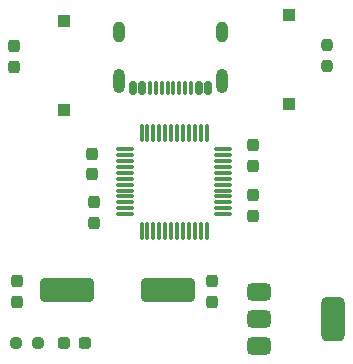
<source format=gbr>
%TF.GenerationSoftware,KiCad,Pcbnew,9.0.7*%
%TF.CreationDate,2026-02-19T19:24:31+05:30*%
%TF.ProjectId,pcb-n-as5600,7063622d-6e2d-4617-9335-3630302e6b69,rev?*%
%TF.SameCoordinates,Original*%
%TF.FileFunction,Paste,Top*%
%TF.FilePolarity,Positive*%
%FSLAX46Y46*%
G04 Gerber Fmt 4.6, Leading zero omitted, Abs format (unit mm)*
G04 Created by KiCad (PCBNEW 9.0.7) date 2026-02-19 19:24:31*
%MOMM*%
%LPD*%
G01*
G04 APERTURE LIST*
G04 Aperture macros list*
%AMRoundRect*
0 Rectangle with rounded corners*
0 $1 Rounding radius*
0 $2 $3 $4 $5 $6 $7 $8 $9 X,Y pos of 4 corners*
0 Add a 4 corners polygon primitive as box body*
4,1,4,$2,$3,$4,$5,$6,$7,$8,$9,$2,$3,0*
0 Add four circle primitives for the rounded corners*
1,1,$1+$1,$2,$3*
1,1,$1+$1,$4,$5*
1,1,$1+$1,$6,$7*
1,1,$1+$1,$8,$9*
0 Add four rect primitives between the rounded corners*
20,1,$1+$1,$2,$3,$4,$5,0*
20,1,$1+$1,$4,$5,$6,$7,0*
20,1,$1+$1,$6,$7,$8,$9,0*
20,1,$1+$1,$8,$9,$2,$3,0*%
G04 Aperture macros list end*
%ADD10RoundRect,0.237500X0.237500X-0.300000X0.237500X0.300000X-0.237500X0.300000X-0.237500X-0.300000X0*%
%ADD11RoundRect,0.237500X0.287500X0.237500X-0.287500X0.237500X-0.287500X-0.237500X0.287500X-0.237500X0*%
%ADD12R,1.000000X1.100000*%
%ADD13RoundRect,0.150000X0.150000X0.425000X-0.150000X0.425000X-0.150000X-0.425000X0.150000X-0.425000X0*%
%ADD14RoundRect,0.075000X0.075000X0.500000X-0.075000X0.500000X-0.075000X-0.500000X0.075000X-0.500000X0*%
%ADD15O,1.000000X2.100000*%
%ADD16O,1.000000X1.800000*%
%ADD17RoundRect,0.250000X-2.000000X-0.750000X2.000000X-0.750000X2.000000X0.750000X-2.000000X0.750000X0*%
%ADD18RoundRect,0.237500X0.250000X0.237500X-0.250000X0.237500X-0.250000X-0.237500X0.250000X-0.237500X0*%
%ADD19RoundRect,0.237500X-0.237500X0.300000X-0.237500X-0.300000X0.237500X-0.300000X0.237500X0.300000X0*%
%ADD20RoundRect,0.237500X-0.237500X0.250000X-0.237500X-0.250000X0.237500X-0.250000X0.237500X0.250000X0*%
%ADD21RoundRect,0.375000X-0.625000X-0.375000X0.625000X-0.375000X0.625000X0.375000X-0.625000X0.375000X0*%
%ADD22RoundRect,0.500000X-0.500000X-1.400000X0.500000X-1.400000X0.500000X1.400000X-0.500000X1.400000X0*%
%ADD23RoundRect,0.075000X0.075000X-0.662500X0.075000X0.662500X-0.075000X0.662500X-0.075000X-0.662500X0*%
%ADD24RoundRect,0.075000X0.662500X-0.075000X0.662500X0.075000X-0.662500X0.075000X-0.662500X-0.075000X0*%
G04 APERTURE END LIST*
D10*
%TO.C,C1*%
X145750000Y-88100000D03*
X145750000Y-89825000D03*
%TD*%
D11*
%TO.C,D1*%
X143250000Y-100000000D03*
X145000000Y-100000000D03*
%TD*%
D10*
%TO.C,C11*%
X159210000Y-83275000D03*
X159210000Y-85000000D03*
%TD*%
D12*
%TO.C,S2*%
X143250000Y-80250000D03*
X143250000Y-72750000D03*
%TD*%
%TO.C,S1*%
X162250000Y-72250000D03*
X162250000Y-79750000D03*
%TD*%
D13*
%TO.C,J6*%
X155450000Y-78430000D03*
X154650000Y-78430000D03*
D14*
X153500000Y-78430000D03*
X152500000Y-78430000D03*
X152000000Y-78430000D03*
X151000000Y-78430000D03*
D13*
X149850000Y-78430000D03*
X149050000Y-78430000D03*
X149050000Y-78430000D03*
X149850000Y-78430000D03*
D14*
X150500000Y-78430000D03*
X151500000Y-78430000D03*
X153000000Y-78430000D03*
X154000000Y-78430000D03*
D13*
X154650000Y-78430000D03*
X155450000Y-78430000D03*
D15*
X156570000Y-77855000D03*
D16*
X156570000Y-73675000D03*
D15*
X147930000Y-77855000D03*
D16*
X147930000Y-73675000D03*
%TD*%
D17*
%TO.C,Y2*%
X152000000Y-95500000D03*
X143500000Y-95500000D03*
%TD*%
D18*
%TO.C,R16*%
X139175000Y-100000000D03*
X141000000Y-100000000D03*
%TD*%
D19*
%TO.C,C3*%
X159210000Y-89225000D03*
X159210000Y-87500000D03*
%TD*%
D10*
%TO.C,C2*%
X145613572Y-83987500D03*
X145613572Y-85712500D03*
%TD*%
D20*
%TO.C,R9*%
X165500000Y-76575000D03*
X165500000Y-74750000D03*
%TD*%
D21*
%TO.C,U1*%
X159700000Y-95700000D03*
X159700000Y-98000000D03*
D22*
X166000000Y-98000000D03*
D21*
X159700000Y-100300000D03*
%TD*%
D23*
%TO.C,U5*%
X149797888Y-90512500D03*
X150297888Y-90512500D03*
X150797888Y-90512500D03*
X151297888Y-90512500D03*
X151797888Y-90512500D03*
X152297888Y-90512500D03*
X152797888Y-90512500D03*
X153297888Y-90512500D03*
X153797888Y-90512500D03*
X154297888Y-90512500D03*
X154797888Y-90512500D03*
X155297888Y-90512500D03*
D24*
X156710388Y-89100000D03*
X156710388Y-88600000D03*
X156710388Y-88100000D03*
X156710388Y-87600000D03*
X156710388Y-87100000D03*
X156710388Y-86600000D03*
X156710388Y-86100000D03*
X156710388Y-85600000D03*
X156710388Y-85100000D03*
X156710388Y-84600000D03*
X156710388Y-84100000D03*
X156710388Y-83600000D03*
D23*
X155297888Y-82187500D03*
X154797888Y-82187500D03*
X154297888Y-82187500D03*
X153797888Y-82187500D03*
X153297888Y-82187500D03*
X152797888Y-82187500D03*
X152297888Y-82187500D03*
X151797888Y-82187500D03*
X151297888Y-82187500D03*
X150797888Y-82187500D03*
X150297888Y-82187500D03*
X149797888Y-82187500D03*
D24*
X148385388Y-83600000D03*
X148385388Y-84100000D03*
X148385388Y-84600000D03*
X148385388Y-85100000D03*
X148385388Y-85600000D03*
X148385388Y-86100000D03*
X148385388Y-86600000D03*
X148385388Y-87100000D03*
X148385388Y-87600000D03*
X148385388Y-88100000D03*
X148385388Y-88600000D03*
X148385388Y-89100000D03*
%TD*%
D19*
%TO.C,C13*%
X139250000Y-96500000D03*
X139250000Y-94775000D03*
%TD*%
%TO.C,C14*%
X139000000Y-76612500D03*
X139000000Y-74887500D03*
%TD*%
%TO.C,C10*%
X155750000Y-96500000D03*
X155750000Y-94775000D03*
%TD*%
M02*

</source>
